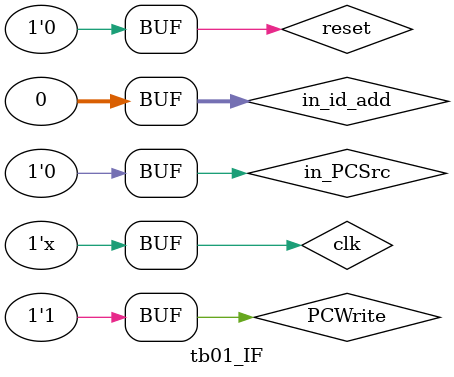
<source format=v>
`timescale 1ns / 1ps

module tb01_IF(
    );
    reg clk;
    reg reset;
    reg [31:0] in_id_add;
    reg in_PCSrc;
    reg PCWrite;
    wire [31:0] instruction;
    wire [31:0] out_if_add;
    
    IF uut(
        .clk(clk),
        .reset(reset),
        .in_id_add(in_id_add),
        .in_PCSrc(in_PCSrc),
        .PCWrite(PCWrite),
        .instruction(instruction),
        .out_if_add(out_if_add)
    );
    
    initial begin
        clk = 0;
        reset = 0;
        in_id_add = 0;
        in_PCSrc = 0;
        PCWrite = 0;
        
        #100
        reset = 1;
        #100
        PCWrite = 1;
        #50
        reset = 0;
    end
        
    always #1 clk = ~clk;

endmodule

</source>
